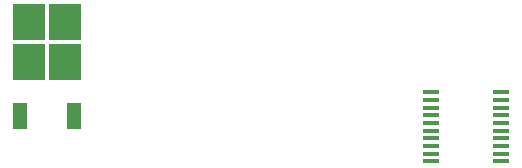
<source format=gbr>
%TF.GenerationSoftware,KiCad,Pcbnew,8.0.1*%
%TF.CreationDate,2024-05-23T13:32:17+02:00*%
%TF.ProjectId,BLDCdrv,424c4443-6472-4762-9e6b-696361645f70,2*%
%TF.SameCoordinates,PXb71b000PY69618a0*%
%TF.FileFunction,Paste,Top*%
%TF.FilePolarity,Positive*%
%FSLAX46Y46*%
G04 Gerber Fmt 4.6, Leading zero omitted, Abs format (unit mm)*
G04 Created by KiCad (PCBNEW 8.0.1) date 2024-05-23 13:32:17*
%MOMM*%
%LPD*%
G01*
G04 APERTURE LIST*
%ADD10R,2.750000X3.050000*%
%ADD11R,1.200000X2.200000*%
%ADD12R,1.475000X0.450000*%
G04 APERTURE END LIST*
D10*
%TO.C,U1*%
X-99125000Y2325000D03*
X-96075000Y2325000D03*
X-99125000Y5675000D03*
X-96075000Y5675000D03*
D11*
X-99880000Y-2300000D03*
X-95320000Y-2300000D03*
%TD*%
D12*
%TO.C,IC1*%
X-59162000Y-6125000D03*
X-59162000Y-5475000D03*
X-59162000Y-4825000D03*
X-59162000Y-4175000D03*
X-59162000Y-3525000D03*
X-59162000Y-2875000D03*
X-59162000Y-2225000D03*
X-59162000Y-1575000D03*
X-59162000Y-925000D03*
X-59162000Y-275000D03*
X-65038000Y-275000D03*
X-65038000Y-925000D03*
X-65038000Y-1575000D03*
X-65038000Y-2225000D03*
X-65038000Y-2875000D03*
X-65038000Y-3525000D03*
X-65038000Y-4175000D03*
X-65038000Y-4825000D03*
X-65038000Y-5475000D03*
X-65038000Y-6125000D03*
%TD*%
M02*

</source>
